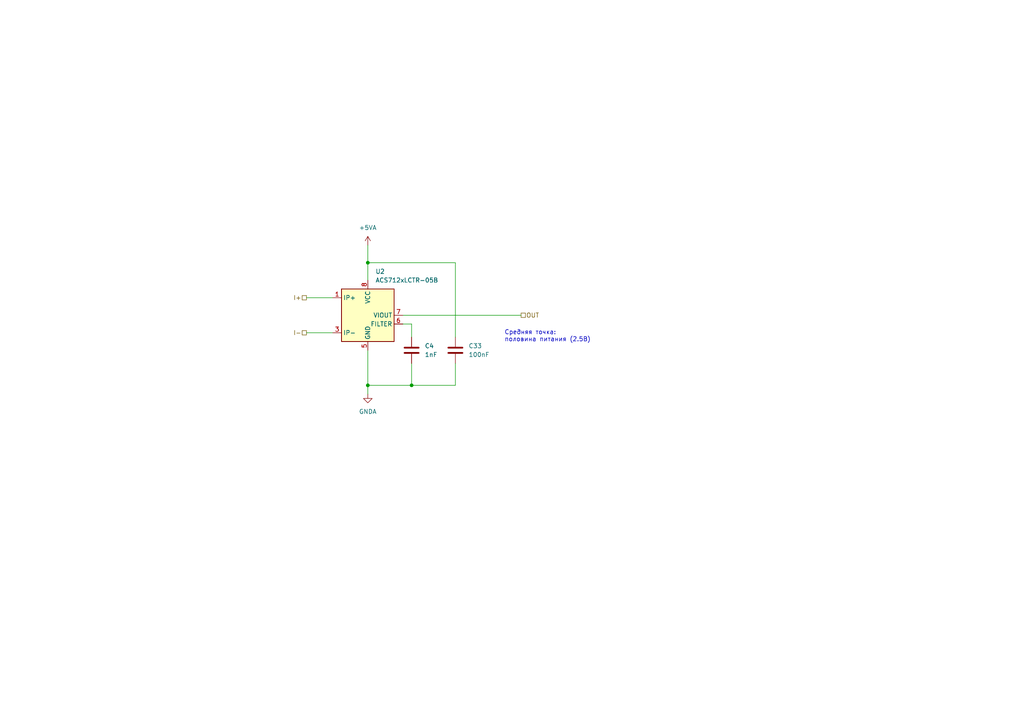
<source format=kicad_sch>
(kicad_sch (version 20231120) (generator "eeschema") (generator_version "8.0")
  (paper "A4")
  (title_block (title "Датчик тока"))
  (lib_symbols
    (symbol "Device:C" (pin_numbers hide) (pin_names (offset 0.254))
      (property "Reference" "C" (at 0.635 2.54 0))
      (property "Value" "C" (at 0.635 -2.54 0))
      (symbol "C_0_1"
        (polyline (pts (xy -2.032 -0.762) (xy 2.032 -0.762)) (stroke (width 0.508)))
        (polyline (pts (xy -2.032 0.762) (xy 2.032 0.762)) (stroke (width 0.508)))
      )
      (symbol "C_1_1"
        (pin passive line (at 0 3.81 270) (length 2.794) (name "~") (number "1"))
        (pin passive line (at 0 -3.81 90) (length 2.794) (name "~") (number "2"))
      )
    )
    (symbol "Sensor_Current:ACS712xLCTR-05B"
      (property "Reference" "U" (at 2.54 11.43 0))
      (property "Value" "ACS712xLCTR-05B" (at 2.54 8.89 0))
      (symbol "ACS712xLCTR-05B_0_1"
        (rectangle (start -7.62 7.62) (end 7.62 -7.62) (stroke (width 0.254)) (fill (type background)))
      )
      (symbol "ACS712xLCTR-05B_1_1"
        (pin passive line (at -10.16 5.08 0) (length 2.54) (name "IP+") (number "1"))
        (pin passive line (at -10.16 5.08 0) (length 2.54) hide (name "IP+") (number "2"))
        (pin passive line (at -10.16 -5.08 0) (length 2.54) (name "IP-") (number "3"))
        (pin passive line (at -10.16 -5.08 0) (length 2.54) hide (name "IP-") (number "4"))
        (pin power_in line (at 0 -10.16 90) (length 2.54) (name "GND") (number "5"))
        (pin passive line (at 10.16 -2.54 180) (length 2.54) (name "FILTER") (number "6"))
        (pin output line (at 10.16 0 180) (length 2.54) (name "VIOUT") (number "7"))
        (pin power_in line (at 0 10.16 270) (length 2.54) (name "VCC") (number "8"))
      )
    )
    (symbol "power:+5VA" (power) (pin_numbers hide) (pin_names (offset 0) hide)
      (property "Value" "+5VA" (at 0 3.556 0))
      (symbol "+5VA_0_1"
        (polyline (pts (xy -0.762 1.27) (xy 0 2.54)))
        (polyline (pts (xy 0 0) (xy 0 2.54)))
        (polyline (pts (xy 0 2.54) (xy 0.762 1.27)))
      )
      (symbol "+5VA_1_1"
        (pin power_in line (at 0 0 90) (length 0) (name "~") (number "1"))
      )
    )
    (symbol "power:GNDA" (power) (pin_numbers hide) (pin_names (offset 0) hide)
      (property "Value" "GNDA" (at 0 -3.81 0))
      (symbol "GNDA_0_1"
        (polyline (pts (xy 0 0) (xy 0 -1.27) (xy 1.27 -1.27) (xy 0 -2.54) (xy -1.27 -1.27) (xy 0 -1.27)))
      )
      (symbol "GNDA_1_1"
        (pin power_in line (at 0 0 270) (length 0) (name "~") (number "1"))
      )
    )
  )
  (junction (at 119.38 111.76))
  (junction (at 106.68 111.76))
  (junction (at 106.68 76.2))
  (wire (pts (xy 106.68 76.2) (xy 106.68 81.28)))
  (wire (pts (xy 88.9 86.36) (xy 96.52 86.36)))
  (wire (pts (xy 132.08 105.41) (xy 132.08 111.76)))
  (wire (pts (xy 132.08 97.79) (xy 132.08 76.2)))
  (wire (pts (xy 106.68 111.76) (xy 106.68 114.3)))
  (wire (pts (xy 88.9 96.52) (xy 96.52 96.52)))
  (wire (pts (xy 119.38 105.41) (xy 119.38 111.76)))
  (wire (pts (xy 106.68 111.76) (xy 119.38 111.76)))
  (wire (pts (xy 106.68 71.12) (xy 106.68 76.2)))
  (wire (pts (xy 132.08 111.76) (xy 119.38 111.76)))
  (wire (pts (xy 119.38 93.98) (xy 119.38 97.79)))
  (wire (pts (xy 116.84 91.44) (xy 151.13 91.44)))
  (wire (pts (xy 132.08 76.2) (xy 106.68 76.2)))
  (wire (pts (xy 116.84 93.98) (xy 119.38 93.98)))
  (wire (pts (xy 106.68 101.6) (xy 106.68 111.76)))
  (text "Средняя точка:\nполовина питания (2.5В)" (at 146.304 97.536 0) (effects (font (size 1.27 1.27)) (justify left)))
  (hierarchical_label "OUT" (shape passive) (at 151.13 91.44 0))
  (hierarchical_label "I+" (shape passive) (at 88.9 86.36 180))
  (hierarchical_label "I-" (shape passive) (at 88.9 96.52 180))
  (symbol (lib_id "Device:C") (at 119.38 101.6 0) (unit 1)
    (property "Reference" "C4" (at 123.19 100.3299 0) (effects (justify left)))
    (property "Value" "1nF" (at 123.19 102.8699 0) (effects (justify left)))
    (property "Footprint" "Capacitor_SMD:C_0805_2012Metric" (effects (hide yes)))
    (property "Description" "Unpolarized capacitor" (effects (hide yes)))
    (instances (project "main" (path "" (reference "C4") (unit 1)) (path "" (reference "C113") (unit 1)) (path "" (reference "C5") (unit 1))))
  )
  (symbol (lib_id "Device:C") (at 132.08 101.6 0) (unit 1)
    (property "Reference" "C33" (at 135.89 100.3299 0) (effects (justify left)))
    (property "Value" "100nF" (at 135.89 102.8699 0) (effects (justify left)))
    (property "Footprint" "Capacitor_SMD:C_0805_2012Metric" (effects (hide yes)))
    (property "Description" "Unpolarized capacitor" (effects (hide yes)))
    (instances (project "main" (path "" (reference "C33") (unit 1)) (path "" (reference "C32") (unit 1)) (path "" (reference "C34") (unit 1))))
  )
  (symbol (lib_id "power:GNDA") (at 106.68 114.3 0) (unit 1)
    (property "Reference" "#PWR6" (effects (hide yes)))
    (property "Value" "GNDA" (at 106.68 119.38 0))
    (property "Description" "Power symbol creates a global label with name \"GNDA\" , analog ground" (effects (hide yes)))
    (instances (project "main" (path "" (reference "#PWR6") (unit 1)) (path "" (reference "#PWR147") (unit 1)) (path "" (reference "#PWR8") (unit 1))))
  )
  (symbol (lib_id "Sensor_Current:ACS712xLCTR-05B") (at 106.68 91.44 0) (unit 1)
    (property "Reference" "U2" (at 108.8741 78.74 0) (effects (justify left)))
    (property "Value" "ACS712xLCTR-05B" (at 108.8741 81.28 0) (effects (justify left)))
    (property "Footprint" "Package_SO:SOIC-8_3.9x4.9mm_P1.27mm" (effects (hide yes)))
    (property "Datasheet" "http://www.allegromicro.com/~/media/Files/Datasheets/ACS712-Datasheet.ashx?la=en" (effects (hide yes)))
    (property "Description" "±5A Bidirectional Hall-Effect Current Sensor, +5.0V supply, 185mV/A, SOIC-8" (effects (hide yes)))
    (instances (project "main" (path "" (reference "U2") (unit 1)) (path "" (reference "U28") (unit 1)) (path "" (reference "U3") (unit 1))))
  )
  (symbol (lib_id "power:+5VA") (at 106.68 71.12 0) (unit 1)
    (property "Reference" "#PWR5" (effects (hide yes)))
    (property "Value" "+5VA" (at 106.68 66.04 0))
    (property "Description" "Power symbol creates a global label with name \"+5VA\"" (effects (hide yes)))
    (instances (project "main" (path "" (reference "#PWR5") (unit 1)) (path "" (reference "#PWR146") (unit 1)) (path "" (reference "#PWR7") (unit 1))))
  )
)
</source>
